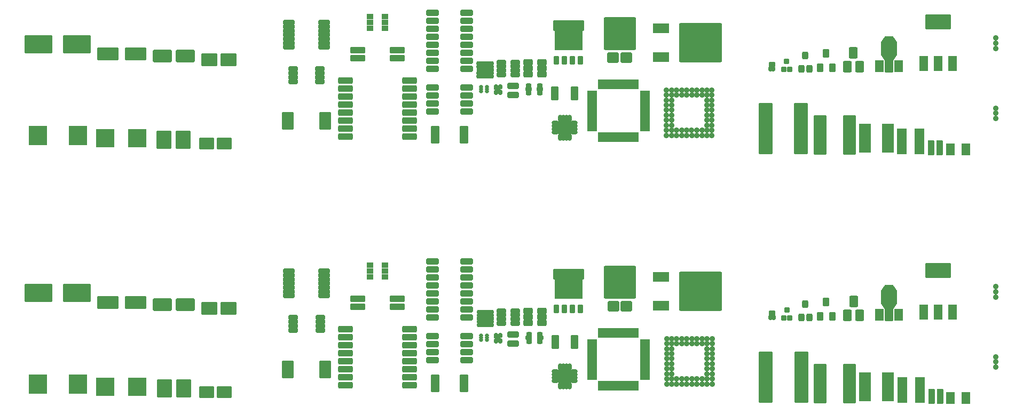
<source format=gbr>
G04 #@! TF.GenerationSoftware,KiCad,Pcbnew,8.0.2*
G04 #@! TF.CreationDate,2024-05-25T09:30:28+01:00*
G04 #@! TF.ProjectId,ruler,72756c65-722e-46b6-9963-61645f706362,rev?*
G04 #@! TF.SameCoordinates,Original*
G04 #@! TF.FileFunction,Soldermask,Bot*
G04 #@! TF.FilePolarity,Negative*
%FSLAX45Y45*%
G04 Gerber Fmt 4.5, Leading zero omitted, Abs format (unit mm)*
G04 Created by KiCad (PCBNEW 8.0.2) date 2024-05-25 09:30:28*
%MOMM*%
%LPD*%
G01*
G04 APERTURE LIST*
G04 Aperture macros list*
%AMRoundRect*
0 Rectangle with rounded corners*
0 $1 Rounding radius*
0 $2 $3 $4 $5 $6 $7 $8 $9 X,Y pos of 4 corners*
0 Add a 4 corners polygon primitive as box body*
4,1,4,$2,$3,$4,$5,$6,$7,$8,$9,$2,$3,0*
0 Add four circle primitives for the rounded corners*
1,1,$1+$1,$2,$3*
1,1,$1+$1,$4,$5*
1,1,$1+$1,$6,$7*
1,1,$1+$1,$8,$9*
0 Add four rect primitives between the rounded corners*
20,1,$1+$1,$2,$3,$4,$5,0*
20,1,$1+$1,$4,$5,$6,$7,0*
20,1,$1+$1,$6,$7,$8,$9,0*
20,1,$1+$1,$8,$9,$2,$3,0*%
%AMFreePoly0*
4,1,21,1.186777,0.680194,1.256366,0.624698,1.294986,0.544504,1.294986,0.455496,1.263846,0.385308,0.563846,-0.614692,0.497857,-0.674425,0.412486,-0.699610,0.400000,-0.700000,-0.400000,-0.700000,-0.486777,-0.680194,-0.556366,-0.624698,-0.563846,-0.614692,-1.263846,0.385308,-1.297384,0.467756,-1.291827,0.556591,-1.248276,0.634217,-1.175358,0.685260,-1.100000,0.700000,1.100000,0.700000,
1.186777,0.680194,1.186777,0.680194,$1*%
%AMFreePoly1*
4,1,21,1.186777,0.605194,1.256366,0.549698,1.294986,0.469504,1.294986,0.380496,1.263394,0.309663,0.663394,-0.540337,0.597170,-0.599809,0.511700,-0.624657,0.500000,-0.625000,-0.500000,-0.625000,-0.586777,-0.605194,-0.656366,-0.549698,-0.663394,-0.540337,-1.263394,0.309663,-1.297255,0.391979,-1.292048,0.480835,-1.248803,0.558632,-1.176086,0.609962,-1.100000,0.625000,1.100000,0.625000,
1.186777,0.605194,1.186777,0.605194,$1*%
%AMFreePoly2*
4,1,21,0.263552,0.268584,0.333141,0.213088,0.371761,0.132894,0.371761,0.043886,0.333141,-0.036308,0.318200,-0.053027,0.141430,-0.229807,0.066066,-0.277165,0.000005,-0.288390,-0.000005,-0.288390,-0.086783,-0.268584,-0.141430,-0.229807,-0.318200,-0.053027,-0.365554,0.022340,-0.375517,0.110789,-0.346117,0.194801,-0.283177,0.257738,-0.199162,0.287133,-0.176775,0.288390,0.176775,0.288390,
0.263552,0.268584,0.263552,0.268584,$1*%
%AMFreePoly3*
4,1,21,0.214056,0.243834,0.283645,0.188338,0.322265,0.108144,0.322265,0.019136,0.283645,-0.061058,0.268701,-0.077780,0.141423,-0.205060,0.066058,-0.252416,0.000001,-0.263640,-0.000001,-0.263640,-0.086778,-0.243834,-0.141423,-0.205060,-0.268701,-0.077780,-0.316056,-0.002414,-0.326021,0.086034,-0.296623,0.170048,-0.233685,0.232986,-0.149670,0.262383,-0.127279,0.263640,0.127279,0.263640,
0.214056,0.243834,0.214056,0.243834,$1*%
G04 Aperture macros list end*
%ADD10C,0.900000*%
%ADD11RoundRect,0.200000X0.800000X2.950000X-0.800000X2.950000X-0.800000X-2.950000X0.800000X-2.950000X0*%
%ADD12RoundRect,0.200000X0.750000X2.100000X-0.750000X2.100000X-0.750000X-2.100000X0.750000X-2.100000X0*%
%ADD13RoundRect,0.200000X0.600000X1.850000X-0.600000X1.850000X-0.600000X-1.850000X0.600000X-1.850000X0*%
%ADD14RoundRect,0.200000X-0.952500X0.317500X-0.952500X-0.317500X0.952500X-0.317500X0.952500X0.317500X0*%
%ADD15RoundRect,0.200000X0.550000X0.200000X-0.550000X0.200000X-0.550000X-0.200000X0.550000X-0.200000X0*%
%ADD16C,0.900380*%
%ADD17O,1.150000X0.700000*%
%ADD18O,0.700000X1.150000*%
%ADD19RoundRect,0.200000X0.450000X0.450000X-0.450000X0.450000X-0.450000X-0.450000X0.450000X-0.450000X0*%
%ADD20RoundRect,0.200000X1.300000X0.800000X-1.300000X0.800000X-1.300000X-0.800000X1.300000X-0.800000X0*%
%ADD21RoundRect,0.200000X-0.975000X-1.250000X0.975000X-1.250000X0.975000X1.250000X-0.975000X1.250000X0*%
%ADD22RoundRect,0.200000X-0.325000X-1.000000X0.325000X-1.000000X0.325000X1.000000X-0.325000X1.000000X0*%
%ADD23RoundRect,0.200000X-1.275000X-1.350000X1.275000X-1.350000X1.275000X1.350000X-1.275000X1.350000X0*%
%ADD24RoundRect,0.200000X0.500000X0.750000X-0.500000X0.750000X-0.500000X-0.750000X0.500000X-0.750000X0*%
%ADD25RoundRect,0.200000X0.500000X0.900000X-0.500000X0.900000X-0.500000X-0.900000X0.500000X-0.900000X0*%
%ADD26FreePoly0,0.000000*%
%ADD27RoundRect,0.200000X1.100000X0.920000X-1.100000X0.920000X-1.100000X-0.920000X1.100000X-0.920000X0*%
%ADD28FreePoly1,180.000000*%
%ADD29RoundRect,0.200000X0.350000X0.200000X-0.350000X0.200000X-0.350000X-0.200000X0.350000X-0.200000X0*%
%ADD30RoundRect,0.200000X0.125000X0.200000X-0.125000X0.200000X-0.125000X-0.200000X0.125000X-0.200000X0*%
%ADD31RoundRect,0.200000X2.000000X1.250000X-2.000000X1.250000X-2.000000X-1.250000X2.000000X-1.250000X0*%
%ADD32RoundRect,0.200000X1.500000X0.800000X-1.500000X0.800000X-1.500000X-0.800000X1.500000X-0.800000X0*%
%ADD33RoundRect,0.200000X-1.100000X-0.800000X1.100000X-0.800000X1.100000X0.800000X-1.100000X0.800000X0*%
%ADD34RoundRect,0.200000X-0.900000X-3.850000X0.900000X-3.850000X0.900000X3.850000X-0.900000X3.850000X0*%
%ADD35RoundRect,0.200000X0.275000X-0.425000X0.275000X0.425000X-0.275000X0.425000X-0.275000X-0.425000X0*%
%ADD36RoundRect,0.200000X0.508000X1.016000X-0.508000X1.016000X-0.508000X-1.016000X0.508000X-1.016000X0*%
%ADD37RoundRect,0.200000X1.828800X1.016000X-1.828800X1.016000X-1.828800X-1.016000X1.828800X-1.016000X0*%
%ADD38RoundRect,0.200000X0.300000X-0.500000X0.300000X0.500000X-0.300000X0.500000X-0.300000X-0.500000X0*%
%ADD39RoundRect,0.200000X0.200000X0.255000X-0.200000X0.255000X-0.200000X-0.255000X0.200000X-0.255000X0*%
%ADD40RoundRect,0.200000X0.500000X-0.700000X0.500000X0.700000X-0.500000X0.700000X-0.500000X-0.700000X0*%
%ADD41RoundRect,0.200000X-1.275000X-1.250000X1.275000X-1.250000X1.275000X1.250000X-1.275000X1.250000X0*%
%ADD42RoundRect,0.200000X-0.975000X-0.750000X0.975000X-0.750000X0.975000X0.750000X-0.975000X0.750000X0*%
%ADD43RoundRect,0.200000X0.350000X0.255000X-0.350000X0.255000X-0.350000X-0.255000X0.350000X-0.255000X0*%
%ADD44RoundRect,0.200000X-1.000000X-0.320000X1.000000X-0.320000X1.000000X0.320000X-1.000000X0.320000X0*%
%ADD45RoundRect,0.200000X0.700000X0.635000X-0.700000X0.635000X-0.700000X-0.635000X0.700000X-0.635000X0*%
%ADD46RoundRect,0.200000X2.360000X2.400000X-2.360000X2.400000X-2.360000X-2.400000X2.360000X-2.400000X0*%
%ADD47RoundRect,0.200000X0.250000X0.187500X-0.250000X0.187500X-0.250000X-0.187500X0.250000X-0.187500X0*%
%ADD48RoundRect,0.200000X0.325000X0.150000X-0.325000X0.150000X-0.325000X-0.150000X0.325000X-0.150000X0*%
%ADD49RoundRect,0.200000X-0.535000X0.150000X-0.535000X-0.150000X0.535000X-0.150000X0.535000X0.150000X0*%
%ADD50RoundRect,0.200000X-1.150000X0.150000X-1.150000X-0.150000X1.150000X-0.150000X1.150000X0.150000X0*%
%ADD51RoundRect,0.200000X0.530000X0.325000X-0.530000X0.325000X-0.530000X-0.325000X0.530000X-0.325000X0*%
%ADD52RoundRect,0.070000X0.350000X0.575000X-0.350000X0.575000X-0.350000X-0.575000X0.350000X-0.575000X0*%
%ADD53RoundRect,0.070000X0.450000X-0.300000X0.450000X0.300000X-0.450000X0.300000X-0.450000X-0.300000X0*%
%ADD54RoundRect,0.070000X2.100000X1.650000X-2.100000X1.650000X-2.100000X-1.650000X2.100000X-1.650000X0*%
%ADD55RoundRect,0.070000X2.350000X0.775000X-2.350000X0.775000X-2.350000X-0.775000X2.350000X-0.775000X0*%
%ADD56RoundRect,0.070000X0.300000X0.450000X-0.300000X0.450000X-0.300000X-0.450000X0.300000X-0.450000X0*%
%ADD57RoundRect,0.200000X-1.100000X-0.600000X1.100000X-0.600000X1.100000X0.600000X-1.100000X0.600000X0*%
%ADD58RoundRect,0.200000X-3.200000X-2.900000X3.200000X-2.900000X3.200000X2.900000X-3.200000X2.900000X0*%
%ADD59RoundRect,0.200000X0.100000X0.100000X-0.100000X0.100000X-0.100000X-0.100000X0.100000X-0.100000X0*%
%ADD60RoundRect,0.200000X-0.125000X0.110000X-0.125000X-0.110000X0.125000X-0.110000X0.125000X0.110000X0*%
%ADD61FreePoly2,225.000000*%
%ADD62FreePoly3,135.000000*%
%ADD63RoundRect,0.200000X-0.035000X0.090000X-0.035000X-0.090000X0.035000X-0.090000X0.035000X0.090000X0*%
%ADD64FreePoly3,45.000000*%
%ADD65FreePoly3,315.000000*%
%ADD66RoundRect,0.001000X0.000000X0.339411X-0.339411X0.000000X0.000000X-0.339411X0.339411X0.000000X0*%
%ADD67RoundRect,0.200000X0.775000X0.300000X-0.775000X0.300000X-0.775000X-0.300000X0.775000X-0.300000X0*%
%ADD68RoundRect,0.200000X0.725000X0.225000X-0.725000X0.225000X-0.725000X-0.225000X0.725000X-0.225000X0*%
%ADD69RoundRect,0.200000X-0.510540X0.204470X-0.510540X-0.204470X0.510540X-0.204470X0.510540X0.204470X0*%
%ADD70RoundRect,0.200000X-0.200000X-0.275000X0.200000X-0.275000X0.200000X0.275000X-0.200000X0.275000X0*%
%ADD71RoundRect,0.200000X-0.530000X-0.200000X0.530000X-0.200000X0.530000X0.200000X-0.530000X0.200000X0*%
%ADD72RoundRect,0.200000X0.400000X-0.150000X0.400000X0.150000X-0.400000X0.150000X-0.400000X-0.150000X0*%
%ADD73RoundRect,0.200000X0.600000X0.250000X-0.600000X0.250000X-0.600000X-0.250000X0.600000X-0.250000X0*%
%ADD74RoundRect,0.200000X0.250000X0.600000X-0.250000X0.600000X-0.250000X-0.600000X0.250000X-0.600000X0*%
%ADD75RoundRect,0.200000X-0.698500X0.215900X-0.698500X-0.215900X0.698500X-0.215900X0.698500X0.215900X0*%
%ADD76RoundRect,0.200000X1.000000X0.320000X-1.000000X0.320000X-1.000000X-0.320000X1.000000X-0.320000X0*%
G04 APERTURE END LIST*
D10*
X22423147Y-9971831D03*
X22423147Y-10054864D03*
X22423147Y-10137899D03*
X22423147Y-11085668D03*
X22423147Y-11168701D03*
X22423147Y-11251735D03*
X22424147Y-13917231D03*
X22424147Y-14000264D03*
X22424147Y-14083299D03*
X22424147Y-15031068D03*
X22424147Y-15114101D03*
X22424147Y-15197135D03*
D11*
X20105600Y-11515000D03*
X19635600Y-11515000D03*
D12*
X20711000Y-11565800D03*
X20351000Y-11565800D03*
D13*
X21217400Y-11616600D03*
X20937400Y-11616600D03*
D14*
X13127700Y-10646400D03*
X13127700Y-10773400D03*
X13127700Y-10900400D03*
X13127700Y-11027400D03*
X13127700Y-11154400D03*
X13127700Y-11281400D03*
X13127700Y-11408400D03*
X13127700Y-11535400D03*
X12111700Y-11535400D03*
X12111700Y-11408400D03*
X12111700Y-11281400D03*
X12111700Y-11154400D03*
X12111700Y-11027400D03*
X12111700Y-10900400D03*
X12111700Y-10773400D03*
X12111700Y-10646400D03*
D15*
X11708800Y-10466800D03*
X11708800Y-10531800D03*
X11708800Y-10596800D03*
X11708800Y-10661800D03*
X11278800Y-10661800D03*
X11278800Y-10596800D03*
X11278800Y-10531800D03*
X11278800Y-10466800D03*
D16*
X17923918Y-10798082D03*
X17843908Y-10798082D03*
X17763898Y-10798082D03*
X17683888Y-10798082D03*
X17603878Y-10798082D03*
X17524122Y-10798082D03*
X17444112Y-10798082D03*
X17364102Y-10798082D03*
X17284092Y-10798082D03*
X17204082Y-10798082D03*
X17923918Y-10878092D03*
X17843908Y-10878092D03*
X17763898Y-10878092D03*
X17683888Y-10878092D03*
X17603878Y-10878092D03*
X17524122Y-10878092D03*
X17444112Y-10878092D03*
X17364102Y-10878092D03*
X17284092Y-10878092D03*
X17204082Y-10878092D03*
X17923918Y-10958102D03*
X17843908Y-10958102D03*
X17284092Y-10958102D03*
X17204082Y-10958102D03*
X17923918Y-11038112D03*
X17843908Y-11038112D03*
X17284092Y-11038112D03*
X17204082Y-11038112D03*
X17923918Y-11118122D03*
X17843908Y-11118122D03*
X17284092Y-11118122D03*
X17204082Y-11118122D03*
X17923918Y-11197878D03*
X17843908Y-11197878D03*
X17284092Y-11197878D03*
X17204082Y-11197878D03*
X17923918Y-11277888D03*
X17843908Y-11277888D03*
X17284092Y-11277888D03*
X17204082Y-11277888D03*
X17923918Y-11357898D03*
X17843908Y-11357898D03*
X17284092Y-11357898D03*
X17204082Y-11357898D03*
X17923918Y-11437908D03*
X17843908Y-11437908D03*
X17763898Y-11437908D03*
X17683888Y-11437908D03*
X17602100Y-11437400D03*
X17524122Y-11437908D03*
X17444112Y-11437908D03*
X17364102Y-11437908D03*
X17284092Y-11437908D03*
X17204082Y-11437908D03*
X17923918Y-11517918D03*
X17843908Y-11517918D03*
X17763898Y-11517918D03*
X17683888Y-11517918D03*
X17603878Y-11517918D03*
X17524122Y-11517918D03*
X17444112Y-11517918D03*
X17364102Y-11517918D03*
X17284092Y-11517918D03*
X17204082Y-11517918D03*
D17*
X15737200Y-11320100D03*
X15737200Y-11370100D03*
X15737200Y-11420100D03*
X15737200Y-11470100D03*
D18*
X15664700Y-11542600D03*
X15614700Y-11542600D03*
X15564700Y-11542600D03*
X15514700Y-11542600D03*
D17*
X15442200Y-11470100D03*
X15442200Y-11420100D03*
X15442200Y-11370100D03*
X15442200Y-11320100D03*
D18*
X15514700Y-11247600D03*
X15564700Y-11247600D03*
X15614700Y-11247600D03*
X15664700Y-11247600D03*
D19*
X15634700Y-11440100D03*
X15634700Y-11350100D03*
X15544700Y-11440100D03*
X15544700Y-11350100D03*
D20*
X9210000Y-10261000D03*
X9570000Y-10261000D03*
D21*
X9236600Y-11592100D03*
X9541600Y-11592100D03*
D22*
X21403300Y-11718200D03*
X21538300Y-11718200D03*
D23*
X7235400Y-11517900D03*
X7870400Y-11517900D03*
D24*
X20880200Y-10423800D03*
D25*
X20730200Y-10409150D03*
D26*
X20730200Y-10283420D03*
D27*
X20730200Y-10142450D03*
D28*
X20730200Y-10009100D03*
D24*
X20580200Y-10423800D03*
D29*
X18875000Y-10395000D03*
D30*
X18897500Y-10465000D03*
X18852500Y-10465000D03*
D31*
X7240000Y-10071000D03*
X7850000Y-10071000D03*
D32*
X8345000Y-10223000D03*
X8785000Y-10223000D03*
D33*
X9955000Y-10318000D03*
X10255000Y-10318000D03*
D34*
X18777800Y-11413400D03*
X19337800Y-11413400D03*
D24*
X21951400Y-11743600D03*
X21701400Y-11743600D03*
D35*
X19469600Y-10459400D03*
X19339600Y-10459400D03*
X19404600Y-10249400D03*
D36*
X21736600Y-10376200D03*
X21279400Y-10376200D03*
X21508000Y-10376200D03*
D37*
X21508000Y-9715800D03*
D38*
X19829800Y-10444000D03*
X19639800Y-10444000D03*
X19734800Y-10214000D03*
D39*
X19159000Y-10474000D03*
X19059000Y-10474000D03*
X19109000Y-10344000D03*
D40*
X20262000Y-10428000D03*
X20072000Y-10428000D03*
X20167000Y-10208000D03*
D41*
X8302800Y-11560300D03*
X8807800Y-11560300D03*
D42*
X9912000Y-11645700D03*
X10187000Y-11645700D03*
D43*
X12735700Y-9629300D03*
X12735700Y-9724300D03*
X12735700Y-9819300D03*
X12503700Y-9819300D03*
X12503700Y-9724300D03*
X12503700Y-9629300D03*
D44*
X12304700Y-10295800D03*
X12304700Y-10168800D03*
X12934700Y-10168800D03*
X12934700Y-10295800D03*
D45*
X16356700Y-10282600D03*
X16564700Y-10282600D03*
D46*
X16460700Y-9902600D03*
D47*
X15189900Y-10732850D03*
D48*
X15197400Y-10786600D03*
D47*
X15189900Y-10840350D03*
X15019900Y-10840350D03*
D48*
X15012400Y-10786600D03*
D47*
X15019900Y-10732850D03*
D49*
X14388800Y-10378800D03*
X14388800Y-10428800D03*
D50*
X14327300Y-10478800D03*
D49*
X14388800Y-10528800D03*
X14388800Y-10578800D03*
X14265800Y-10578800D03*
X14265800Y-10528800D03*
X14265800Y-10428800D03*
X14265800Y-10378800D03*
D51*
X15227400Y-10361300D03*
X15227400Y-10456300D03*
X15227400Y-10551300D03*
X15007400Y-10551300D03*
X15007400Y-10456300D03*
X15007400Y-10361300D03*
D52*
X15838900Y-10326800D03*
X15711900Y-10326800D03*
X15583900Y-10326800D03*
X15456900Y-10326800D03*
D53*
X15532900Y-10109800D03*
X15647900Y-10109800D03*
X15762900Y-10109800D03*
X15532900Y-10024800D03*
X15647900Y-10024800D03*
X15762900Y-10024800D03*
D54*
X15647900Y-9999800D03*
D53*
X15532900Y-9939800D03*
X15647900Y-9939800D03*
X15762900Y-9939800D03*
D55*
X15647900Y-9779800D03*
D56*
X15459900Y-9754800D03*
X15587900Y-9754800D03*
X15707900Y-9754800D03*
X15835900Y-9754800D03*
D57*
X17113400Y-10277000D03*
D58*
X17743400Y-10049000D03*
D57*
X17113400Y-9821000D03*
D59*
X14353900Y-10748300D03*
X14353900Y-10783300D03*
X14353900Y-10818300D03*
X14263900Y-10818300D03*
X14263900Y-10783300D03*
X14263900Y-10748300D03*
D60*
X14499400Y-10738200D03*
D61*
X14493150Y-10755450D03*
D60*
X14564400Y-10738200D03*
D62*
X14565400Y-10753700D03*
D63*
X14573400Y-10758200D03*
X14573400Y-10826200D03*
D64*
X14565400Y-10830700D03*
D60*
X14564400Y-10846200D03*
D63*
X14490400Y-10826200D03*
D65*
X14498400Y-10830700D03*
D60*
X14499400Y-10846200D03*
D66*
X14531900Y-10792200D03*
D67*
X14034300Y-9572100D03*
X14034300Y-9699100D03*
X14034300Y-9826100D03*
X14034300Y-9953100D03*
X14034300Y-10080100D03*
X14034300Y-10207100D03*
X14034300Y-10334100D03*
X14034300Y-10461100D03*
X13494300Y-10461100D03*
X13494300Y-10334100D03*
X13494300Y-10207100D03*
X13494300Y-10080100D03*
X13494300Y-9953100D03*
X13494300Y-9826100D03*
X13494300Y-9699100D03*
X13494300Y-9572100D03*
X14034300Y-10758000D03*
X14034300Y-10885000D03*
X14034300Y-11012000D03*
X14034300Y-11139000D03*
X13494300Y-11139000D03*
X13494300Y-11012000D03*
X13494300Y-10885000D03*
X13494300Y-10758000D03*
D68*
X11788800Y-11189000D03*
X11788800Y-11254000D03*
X11788800Y-11319000D03*
X11788800Y-11384000D03*
X11198800Y-11384000D03*
X11198800Y-11319000D03*
X11198800Y-11254000D03*
X11198800Y-11189000D03*
D69*
X13994424Y-11409464D03*
X13994424Y-11474488D03*
X13994424Y-11539512D03*
X13994424Y-11604536D03*
X13534176Y-11604536D03*
X13534176Y-11539512D03*
X13534176Y-11474488D03*
X13534176Y-11409464D03*
D70*
X14719700Y-10733200D03*
X14769700Y-10733200D03*
X14819700Y-10733200D03*
X14819700Y-10878200D03*
X14769700Y-10878200D03*
X14719700Y-10878200D03*
D71*
X14584200Y-10554300D03*
X14584200Y-10489300D03*
X14584200Y-10423300D03*
X14584200Y-10358300D03*
X14804200Y-10358300D03*
X14804200Y-10423300D03*
X14804200Y-10489300D03*
X14804200Y-10554300D03*
D72*
X15434700Y-10927500D03*
X15434700Y-10877500D03*
X15434700Y-10827500D03*
X15434700Y-10777500D03*
X15744700Y-10777500D03*
X15744700Y-10827500D03*
X15744700Y-10877500D03*
X15744700Y-10927500D03*
D73*
X16860500Y-10848300D03*
X16860500Y-10928300D03*
X16860500Y-11008300D03*
X16860500Y-11088300D03*
X16860500Y-11168300D03*
X16860500Y-11248300D03*
X16860500Y-11328300D03*
X16860500Y-11408300D03*
D74*
X16720500Y-11548300D03*
X16640500Y-11548300D03*
X16560500Y-11548300D03*
X16480500Y-11548300D03*
X16400500Y-11548300D03*
X16320500Y-11548300D03*
X16240500Y-11548300D03*
X16160500Y-11548300D03*
D73*
X16020500Y-11408300D03*
X16020500Y-11328300D03*
X16020500Y-11248300D03*
X16020500Y-11168300D03*
X16020500Y-11088300D03*
X16020500Y-11008300D03*
X16020500Y-10928300D03*
X16020500Y-10848300D03*
D74*
X16160500Y-10708300D03*
X16240500Y-10708300D03*
X16320500Y-10708300D03*
X16400500Y-10708300D03*
X16480500Y-10708300D03*
X16560500Y-10708300D03*
X16640500Y-10708300D03*
X16720500Y-10708300D03*
D14*
X13128700Y-14591800D03*
X13128700Y-14718800D03*
X13128700Y-14845800D03*
X13128700Y-14972800D03*
X13128700Y-15099800D03*
X13128700Y-15226800D03*
X13128700Y-15353800D03*
X13128700Y-15480800D03*
X12112700Y-15480800D03*
X12112700Y-15353800D03*
X12112700Y-15226800D03*
X12112700Y-15099800D03*
X12112700Y-14972800D03*
X12112700Y-14845800D03*
X12112700Y-14718800D03*
X12112700Y-14591800D03*
D67*
X14035300Y-14703400D03*
X14035300Y-14830400D03*
X14035300Y-14957400D03*
X14035300Y-15084400D03*
X13495300Y-15084400D03*
X13495300Y-14957400D03*
X13495300Y-14830400D03*
X13495300Y-14703400D03*
D20*
X9211000Y-14206400D03*
X9571000Y-14206400D03*
D38*
X19830800Y-14389400D03*
X19640800Y-14389400D03*
X19735800Y-14159400D03*
D22*
X21404300Y-15663600D03*
X21539300Y-15663600D03*
D42*
X9913000Y-15591100D03*
X10188000Y-15591100D03*
D32*
X8346000Y-14168400D03*
X8786000Y-14168400D03*
D35*
X19470600Y-14404800D03*
X19340600Y-14404800D03*
X19405600Y-14194800D03*
D29*
X18876000Y-14340400D03*
D30*
X18898500Y-14410400D03*
X18853500Y-14410400D03*
D31*
X7241000Y-14016400D03*
X7851000Y-14016400D03*
D72*
X15435700Y-14872900D03*
X15435700Y-14822900D03*
X15435700Y-14772900D03*
X15435700Y-14722900D03*
X15745700Y-14722900D03*
X15745700Y-14772900D03*
X15745700Y-14822900D03*
X15745700Y-14872900D03*
D39*
X19160000Y-14419400D03*
X19060000Y-14419400D03*
X19110000Y-14289400D03*
D33*
X9956000Y-14263400D03*
X10256000Y-14263400D03*
D34*
X18778800Y-15358800D03*
X19338800Y-15358800D03*
D52*
X15839900Y-14272200D03*
X15712900Y-14272200D03*
X15584900Y-14272200D03*
X15457900Y-14272200D03*
D53*
X15533900Y-14055200D03*
X15648900Y-14055200D03*
X15763900Y-14055200D03*
X15533900Y-13970200D03*
X15648900Y-13970200D03*
X15763900Y-13970200D03*
D54*
X15648900Y-13945200D03*
D53*
X15533900Y-13885200D03*
X15648900Y-13885200D03*
X15763900Y-13885200D03*
D55*
X15648900Y-13725200D03*
D56*
X15460900Y-13700200D03*
X15588900Y-13700200D03*
X15708900Y-13700200D03*
X15836900Y-13700200D03*
D41*
X8303800Y-15505700D03*
X8808800Y-15505700D03*
D12*
X20712000Y-15511200D03*
X20352000Y-15511200D03*
D15*
X11709800Y-14412200D03*
X11709800Y-14477200D03*
X11709800Y-14542200D03*
X11709800Y-14607200D03*
X11279800Y-14607200D03*
X11279800Y-14542200D03*
X11279800Y-14477200D03*
X11279800Y-14412200D03*
D71*
X14585200Y-14499700D03*
X14585200Y-14434700D03*
X14585200Y-14368700D03*
X14585200Y-14303700D03*
X14805200Y-14303700D03*
X14805200Y-14368700D03*
X14805200Y-14434700D03*
X14805200Y-14499700D03*
D23*
X7236400Y-15463300D03*
X7871400Y-15463300D03*
D43*
X12736700Y-13574700D03*
X12736700Y-13669700D03*
X12736700Y-13764700D03*
X12504700Y-13764700D03*
X12504700Y-13669700D03*
X12504700Y-13574700D03*
D21*
X9237600Y-15537500D03*
X9542600Y-15537500D03*
D59*
X14354900Y-14693700D03*
X14354900Y-14728700D03*
X14354900Y-14763700D03*
X14264900Y-14763700D03*
X14264900Y-14728700D03*
X14264900Y-14693700D03*
D75*
X11776000Y-13675660D03*
X11776000Y-13739160D03*
X11776000Y-13805200D03*
X11776000Y-13868700D03*
X11776000Y-13934740D03*
X11776000Y-13999510D03*
X11776000Y-14064280D03*
X11217200Y-14064280D03*
X11217200Y-13999510D03*
X11217200Y-13934740D03*
X11217200Y-13868700D03*
X11217200Y-13803930D03*
X11217200Y-13739160D03*
X11217200Y-13674390D03*
D24*
X20881200Y-14369200D03*
D25*
X20731200Y-14354550D03*
D26*
X20731200Y-14228820D03*
D27*
X20731200Y-14087850D03*
D28*
X20731200Y-13954500D03*
D24*
X20581200Y-14369200D03*
D73*
X16861500Y-14793700D03*
X16861500Y-14873700D03*
X16861500Y-14953700D03*
X16861500Y-15033700D03*
X16861500Y-15113700D03*
X16861500Y-15193700D03*
X16861500Y-15273700D03*
X16861500Y-15353700D03*
D74*
X16721500Y-15493700D03*
X16641500Y-15493700D03*
X16561500Y-15493700D03*
X16481500Y-15493700D03*
X16401500Y-15493700D03*
X16321500Y-15493700D03*
X16241500Y-15493700D03*
X16161500Y-15493700D03*
D73*
X16021500Y-15353700D03*
X16021500Y-15273700D03*
X16021500Y-15193700D03*
X16021500Y-15113700D03*
X16021500Y-15033700D03*
X16021500Y-14953700D03*
X16021500Y-14873700D03*
X16021500Y-14793700D03*
D74*
X16161500Y-14653700D03*
X16241500Y-14653700D03*
X16321500Y-14653700D03*
X16401500Y-14653700D03*
X16481500Y-14653700D03*
X16561500Y-14653700D03*
X16641500Y-14653700D03*
X16721500Y-14653700D03*
D16*
X17924918Y-14743482D03*
X17844908Y-14743482D03*
X17764898Y-14743482D03*
X17684888Y-14743482D03*
X17604878Y-14743482D03*
X17525122Y-14743482D03*
X17445112Y-14743482D03*
X17365102Y-14743482D03*
X17285092Y-14743482D03*
X17205082Y-14743482D03*
X17924918Y-14823492D03*
X17844908Y-14823492D03*
X17764898Y-14823492D03*
X17684888Y-14823492D03*
X17604878Y-14823492D03*
X17525122Y-14823492D03*
X17445112Y-14823492D03*
X17365102Y-14823492D03*
X17285092Y-14823492D03*
X17205082Y-14823492D03*
X17924918Y-14903502D03*
X17844908Y-14903502D03*
X17285092Y-14903502D03*
X17205082Y-14903502D03*
X17924918Y-14983512D03*
X17844908Y-14983512D03*
X17285092Y-14983512D03*
X17205082Y-14983512D03*
X17924918Y-15063522D03*
X17844908Y-15063522D03*
X17285092Y-15063522D03*
X17205082Y-15063522D03*
X17924918Y-15143278D03*
X17844908Y-15143278D03*
X17285092Y-15143278D03*
X17205082Y-15143278D03*
X17924918Y-15223288D03*
X17844908Y-15223288D03*
X17285092Y-15223288D03*
X17205082Y-15223288D03*
X17924918Y-15303298D03*
X17844908Y-15303298D03*
X17285092Y-15303298D03*
X17205082Y-15303298D03*
X17924918Y-15383308D03*
X17844908Y-15383308D03*
X17764898Y-15383308D03*
X17684888Y-15383308D03*
X17603100Y-15382800D03*
X17525122Y-15383308D03*
X17445112Y-15383308D03*
X17365102Y-15383308D03*
X17285092Y-15383308D03*
X17205082Y-15383308D03*
X17924918Y-15463318D03*
X17844908Y-15463318D03*
X17764898Y-15463318D03*
X17684888Y-15463318D03*
X17604878Y-15463318D03*
X17525122Y-15463318D03*
X17445112Y-15463318D03*
X17365102Y-15463318D03*
X17285092Y-15463318D03*
X17205082Y-15463318D03*
D11*
X20106600Y-15460400D03*
X19636600Y-15460400D03*
D13*
X21218400Y-15562000D03*
X20938400Y-15562000D03*
D51*
X15228400Y-14306700D03*
X15228400Y-14401700D03*
X15228400Y-14496700D03*
X15008400Y-14496700D03*
X15008400Y-14401700D03*
X15008400Y-14306700D03*
D60*
X14500400Y-14683600D03*
D61*
X14494150Y-14700850D03*
D60*
X14565400Y-14683600D03*
D62*
X14566400Y-14699100D03*
D63*
X14574400Y-14703600D03*
X14574400Y-14771600D03*
D64*
X14566400Y-14776100D03*
D60*
X14565400Y-14791600D03*
D63*
X14491400Y-14771600D03*
D65*
X14499400Y-14776100D03*
D60*
X14500400Y-14791600D03*
D66*
X14532900Y-14737600D03*
D36*
X21737600Y-14321600D03*
X21280400Y-14321600D03*
X21509000Y-14321600D03*
D37*
X21509000Y-13661200D03*
D49*
X14389800Y-14324200D03*
X14389800Y-14374200D03*
D50*
X14328300Y-14424200D03*
D49*
X14389800Y-14474200D03*
X14389800Y-14524200D03*
X14266800Y-14524200D03*
X14266800Y-14474200D03*
X14266800Y-14374200D03*
X14266800Y-14324200D03*
D69*
X13995424Y-15354864D03*
X13995424Y-15419888D03*
X13995424Y-15484912D03*
X13995424Y-15549936D03*
X13535176Y-15549936D03*
X13535176Y-15484912D03*
X13535176Y-15419888D03*
X13535176Y-15354864D03*
D68*
X11789800Y-15134400D03*
X11789800Y-15199400D03*
X11789800Y-15264400D03*
X11789800Y-15329400D03*
X11199800Y-15329400D03*
X11199800Y-15264400D03*
X11199800Y-15199400D03*
X11199800Y-15134400D03*
D47*
X15190900Y-14678250D03*
D48*
X15198400Y-14732000D03*
D47*
X15190900Y-14785750D03*
X15020900Y-14785750D03*
D48*
X15013400Y-14732000D03*
D47*
X15020900Y-14678250D03*
D24*
X21952400Y-15689000D03*
X21702400Y-15689000D03*
D17*
X15738200Y-15265500D03*
X15738200Y-15315500D03*
X15738200Y-15365500D03*
X15738200Y-15415500D03*
D18*
X15665700Y-15488000D03*
X15615700Y-15488000D03*
X15565700Y-15488000D03*
X15515700Y-15488000D03*
D17*
X15443200Y-15415500D03*
X15443200Y-15365500D03*
X15443200Y-15315500D03*
X15443200Y-15265500D03*
D18*
X15515700Y-15193000D03*
X15565700Y-15193000D03*
X15615700Y-15193000D03*
X15665700Y-15193000D03*
D19*
X15635700Y-15385500D03*
X15635700Y-15295500D03*
X15545700Y-15385500D03*
X15545700Y-15295500D03*
D40*
X20263000Y-14373400D03*
X20073000Y-14373400D03*
X20168000Y-14153400D03*
D57*
X17114400Y-14222400D03*
D58*
X17744400Y-13994400D03*
D57*
X17114400Y-13766400D03*
D67*
X14035300Y-13517500D03*
X14035300Y-13644500D03*
X14035300Y-13771500D03*
X14035300Y-13898500D03*
X14035300Y-14025500D03*
X14035300Y-14152500D03*
X14035300Y-14279500D03*
X14035300Y-14406500D03*
X13495300Y-14406500D03*
X13495300Y-14279500D03*
X13495300Y-14152500D03*
X13495300Y-14025500D03*
X13495300Y-13898500D03*
X13495300Y-13771500D03*
X13495300Y-13644500D03*
X13495300Y-13517500D03*
D45*
X16357700Y-14228000D03*
X16565700Y-14228000D03*
D46*
X16461700Y-13848000D03*
D70*
X14720700Y-14678600D03*
X14770700Y-14678600D03*
X14820700Y-14678600D03*
X14820700Y-14823600D03*
X14770700Y-14823600D03*
X14720700Y-14823600D03*
D75*
X11774100Y-9729560D03*
X11774100Y-9793060D03*
X11774100Y-9859100D03*
X11774100Y-9922600D03*
X11774100Y-9988640D03*
X11774100Y-10053410D03*
X11774100Y-10118180D03*
X11215300Y-10118180D03*
X11215300Y-10053410D03*
X11215300Y-9988640D03*
X11215300Y-9922600D03*
X11215300Y-9857830D03*
X11215300Y-9793060D03*
X11215300Y-9728290D03*
D76*
X12936600Y-14113400D03*
X12936600Y-14240400D03*
X12306600Y-14240400D03*
X12306600Y-14113400D03*
M02*

</source>
